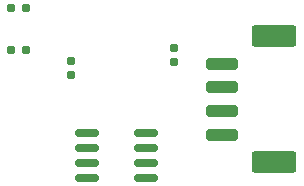
<source format=gbr>
%TF.GenerationSoftware,KiCad,Pcbnew,(6.0.7)*%
%TF.CreationDate,2022-09-05T16:04:27+02:00*%
%TF.ProjectId,autoprobe,6175746f-7072-46f6-9265-2e6b69636164,rev?*%
%TF.SameCoordinates,Original*%
%TF.FileFunction,Paste,Top*%
%TF.FilePolarity,Positive*%
%FSLAX46Y46*%
G04 Gerber Fmt 4.6, Leading zero omitted, Abs format (unit mm)*
G04 Created by KiCad (PCBNEW (6.0.7)) date 2022-09-05 16:04:27*
%MOMM*%
%LPD*%
G01*
G04 APERTURE LIST*
G04 Aperture macros list*
%AMRoundRect*
0 Rectangle with rounded corners*
0 $1 Rounding radius*
0 $2 $3 $4 $5 $6 $7 $8 $9 X,Y pos of 4 corners*
0 Add a 4 corners polygon primitive as box body*
4,1,4,$2,$3,$4,$5,$6,$7,$8,$9,$2,$3,0*
0 Add four circle primitives for the rounded corners*
1,1,$1+$1,$2,$3*
1,1,$1+$1,$4,$5*
1,1,$1+$1,$6,$7*
1,1,$1+$1,$8,$9*
0 Add four rect primitives between the rounded corners*
20,1,$1+$1,$2,$3,$4,$5,0*
20,1,$1+$1,$4,$5,$6,$7,0*
20,1,$1+$1,$6,$7,$8,$9,0*
20,1,$1+$1,$8,$9,$2,$3,0*%
G04 Aperture macros list end*
%ADD10RoundRect,0.160000X-0.197500X-0.160000X0.197500X-0.160000X0.197500X0.160000X-0.197500X0.160000X0*%
%ADD11RoundRect,0.250000X1.100000X-0.250000X1.100000X0.250000X-1.100000X0.250000X-1.100000X-0.250000X0*%
%ADD12RoundRect,0.250000X1.650000X-0.650000X1.650000X0.650000X-1.650000X0.650000X-1.650000X-0.650000X0*%
%ADD13RoundRect,0.150000X0.825000X0.150000X-0.825000X0.150000X-0.825000X-0.150000X0.825000X-0.150000X0*%
%ADD14RoundRect,0.160000X-0.160000X0.197500X-0.160000X-0.197500X0.160000X-0.197500X0.160000X0.197500X0*%
%ADD15RoundRect,0.155000X0.155000X-0.212500X0.155000X0.212500X-0.155000X0.212500X-0.155000X-0.212500X0*%
G04 APERTURE END LIST*
D10*
%TO.C,R1*%
X144457500Y-85330000D03*
X145652500Y-85330000D03*
%TD*%
%TO.C,R3*%
X144457500Y-81755000D03*
X145652500Y-81755000D03*
%TD*%
D11*
%TO.C,J3*%
X162255000Y-92505000D03*
X162255000Y-90505000D03*
X162255000Y-88505000D03*
X162255000Y-86505000D03*
D12*
X166705000Y-84155000D03*
X166705000Y-94855000D03*
%TD*%
D13*
%TO.C,U1*%
X155830000Y-96185000D03*
X155830000Y-94915000D03*
X155830000Y-93645000D03*
X155830000Y-92375000D03*
X150880000Y-92375000D03*
X150880000Y-93645000D03*
X150880000Y-94915000D03*
X150880000Y-96185000D03*
%TD*%
D14*
%TO.C,R2*%
X158180000Y-85182500D03*
X158180000Y-86377500D03*
%TD*%
D15*
%TO.C,C1*%
X149505000Y-87422500D03*
X149505000Y-86287500D03*
%TD*%
M02*

</source>
